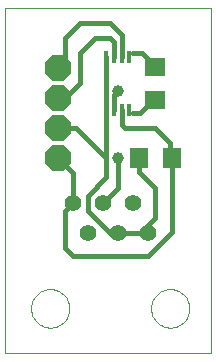
<source format=gtl>
G75*
G70*
%OFA0B0*%
%FSLAX24Y24*%
%IPPOS*%
%LPD*%
%AMOC8*
5,1,8,0,0,1.08239X$1,22.5*
%
%ADD10C,0.0000*%
%ADD11R,0.0157X0.0394*%
%ADD12R,0.0710X0.0630*%
%ADD13C,0.0554*%
%ADD14OC8,0.0850*%
%ADD15R,0.0630X0.0709*%
%ADD16C,0.0160*%
%ADD17C,0.0396*%
D10*
X000100Y001704D02*
X000100Y013200D01*
X006970Y013200D01*
X006970Y001704D01*
X000100Y001704D01*
X000960Y003204D02*
X000962Y003254D01*
X000968Y003304D01*
X000978Y003353D01*
X000991Y003402D01*
X001009Y003449D01*
X001030Y003495D01*
X001054Y003538D01*
X001082Y003580D01*
X001113Y003620D01*
X001147Y003657D01*
X001184Y003691D01*
X001224Y003722D01*
X001266Y003750D01*
X001309Y003774D01*
X001355Y003795D01*
X001402Y003813D01*
X001451Y003826D01*
X001500Y003836D01*
X001550Y003842D01*
X001600Y003844D01*
X001650Y003842D01*
X001700Y003836D01*
X001749Y003826D01*
X001798Y003813D01*
X001845Y003795D01*
X001891Y003774D01*
X001934Y003750D01*
X001976Y003722D01*
X002016Y003691D01*
X002053Y003657D01*
X002087Y003620D01*
X002118Y003580D01*
X002146Y003538D01*
X002170Y003495D01*
X002191Y003449D01*
X002209Y003402D01*
X002222Y003353D01*
X002232Y003304D01*
X002238Y003254D01*
X002240Y003204D01*
X002238Y003154D01*
X002232Y003104D01*
X002222Y003055D01*
X002209Y003006D01*
X002191Y002959D01*
X002170Y002913D01*
X002146Y002870D01*
X002118Y002828D01*
X002087Y002788D01*
X002053Y002751D01*
X002016Y002717D01*
X001976Y002686D01*
X001934Y002658D01*
X001891Y002634D01*
X001845Y002613D01*
X001798Y002595D01*
X001749Y002582D01*
X001700Y002572D01*
X001650Y002566D01*
X001600Y002564D01*
X001550Y002566D01*
X001500Y002572D01*
X001451Y002582D01*
X001402Y002595D01*
X001355Y002613D01*
X001309Y002634D01*
X001266Y002658D01*
X001224Y002686D01*
X001184Y002717D01*
X001147Y002751D01*
X001113Y002788D01*
X001082Y002828D01*
X001054Y002870D01*
X001030Y002913D01*
X001009Y002959D01*
X000991Y003006D01*
X000978Y003055D01*
X000968Y003104D01*
X000962Y003154D01*
X000960Y003204D01*
X004960Y003204D02*
X004962Y003254D01*
X004968Y003304D01*
X004978Y003353D01*
X004991Y003402D01*
X005009Y003449D01*
X005030Y003495D01*
X005054Y003538D01*
X005082Y003580D01*
X005113Y003620D01*
X005147Y003657D01*
X005184Y003691D01*
X005224Y003722D01*
X005266Y003750D01*
X005309Y003774D01*
X005355Y003795D01*
X005402Y003813D01*
X005451Y003826D01*
X005500Y003836D01*
X005550Y003842D01*
X005600Y003844D01*
X005650Y003842D01*
X005700Y003836D01*
X005749Y003826D01*
X005798Y003813D01*
X005845Y003795D01*
X005891Y003774D01*
X005934Y003750D01*
X005976Y003722D01*
X006016Y003691D01*
X006053Y003657D01*
X006087Y003620D01*
X006118Y003580D01*
X006146Y003538D01*
X006170Y003495D01*
X006191Y003449D01*
X006209Y003402D01*
X006222Y003353D01*
X006232Y003304D01*
X006238Y003254D01*
X006240Y003204D01*
X006238Y003154D01*
X006232Y003104D01*
X006222Y003055D01*
X006209Y003006D01*
X006191Y002959D01*
X006170Y002913D01*
X006146Y002870D01*
X006118Y002828D01*
X006087Y002788D01*
X006053Y002751D01*
X006016Y002717D01*
X005976Y002686D01*
X005934Y002658D01*
X005891Y002634D01*
X005845Y002613D01*
X005798Y002595D01*
X005749Y002582D01*
X005700Y002572D01*
X005650Y002566D01*
X005600Y002564D01*
X005550Y002566D01*
X005500Y002572D01*
X005451Y002582D01*
X005402Y002595D01*
X005355Y002613D01*
X005309Y002634D01*
X005266Y002658D01*
X005224Y002686D01*
X005184Y002717D01*
X005147Y002751D01*
X005113Y002788D01*
X005082Y002828D01*
X005054Y002870D01*
X005030Y002913D01*
X005009Y002959D01*
X004991Y003006D01*
X004978Y003055D01*
X004968Y003104D01*
X004962Y003154D01*
X004960Y003204D01*
D11*
X004234Y009813D03*
X003978Y009813D03*
X003722Y009813D03*
X003467Y009813D03*
X003467Y011595D03*
X003722Y011595D03*
X003978Y011595D03*
X004234Y011595D03*
D12*
X005100Y011264D03*
X005100Y010144D03*
D13*
X004350Y006704D03*
X003850Y005704D03*
X003350Y006704D03*
X002850Y005704D03*
X002350Y006704D03*
X004850Y005704D03*
D14*
X001850Y008204D03*
X001850Y009204D03*
X001850Y010204D03*
X001850Y011204D03*
D15*
X004549Y008204D03*
X005651Y008204D03*
D16*
X005600Y008204D01*
X005600Y008704D01*
X005100Y009204D01*
X004100Y009204D01*
X003978Y009325D01*
X003978Y009813D01*
X003722Y009813D02*
X003722Y010326D01*
X003850Y010454D01*
X003467Y009813D02*
X003467Y008204D01*
X002467Y009204D01*
X001850Y009204D01*
X001850Y010204D02*
X002100Y010204D01*
X002600Y010704D01*
X002600Y011704D01*
X003100Y012204D01*
X003600Y012204D01*
X003722Y012081D01*
X003722Y011595D01*
X003467Y011595D02*
X003467Y009813D01*
X004350Y009704D02*
X004600Y009704D01*
X005100Y010204D01*
X005160Y010204D01*
X005100Y010144D01*
X005100Y011264D02*
X004660Y011704D01*
X004350Y011704D01*
X003978Y011595D02*
X003978Y012325D01*
X003600Y012704D01*
X002600Y012704D01*
X002100Y012204D01*
X002100Y011454D01*
X001850Y011204D01*
X001850Y008204D02*
X002350Y007704D01*
X002350Y006704D01*
X002100Y006454D01*
X002100Y005204D01*
X002350Y004954D01*
X004850Y004954D01*
X005651Y005755D01*
X005651Y008204D01*
X005100Y007204D02*
X005100Y006204D01*
X004600Y005704D01*
X004850Y005704D01*
X004600Y005704D02*
X003850Y005704D01*
X003600Y005704D01*
X002850Y006454D01*
X002850Y006954D01*
X003467Y007570D01*
X003467Y008204D01*
X003850Y008204D02*
X003850Y007204D01*
X003350Y006704D01*
X004549Y007755D02*
X005100Y007204D01*
X004549Y007755D02*
X004549Y008204D01*
D17*
X003850Y008204D03*
X003850Y010454D03*
M02*

</source>
